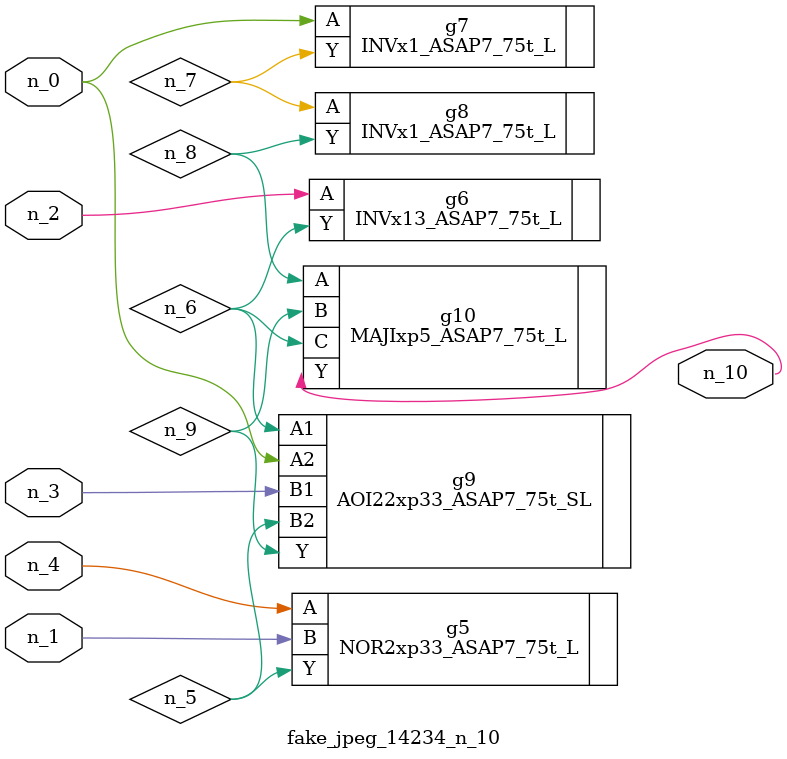
<source format=v>
module fake_jpeg_14234_n_10 (n_3, n_2, n_1, n_0, n_4, n_10);

input n_3;
input n_2;
input n_1;
input n_0;
input n_4;

output n_10;

wire n_8;
wire n_9;
wire n_6;
wire n_5;
wire n_7;

NOR2xp33_ASAP7_75t_L g5 ( 
.A(n_4),
.B(n_1),
.Y(n_5)
);

INVx13_ASAP7_75t_L g6 ( 
.A(n_2),
.Y(n_6)
);

INVx1_ASAP7_75t_L g7 ( 
.A(n_0),
.Y(n_7)
);

INVx1_ASAP7_75t_L g8 ( 
.A(n_7),
.Y(n_8)
);

MAJIxp5_ASAP7_75t_L g10 ( 
.A(n_8),
.B(n_9),
.C(n_6),
.Y(n_10)
);

AOI22xp33_ASAP7_75t_SL g9 ( 
.A1(n_6),
.A2(n_0),
.B1(n_3),
.B2(n_5),
.Y(n_9)
);


endmodule
</source>
